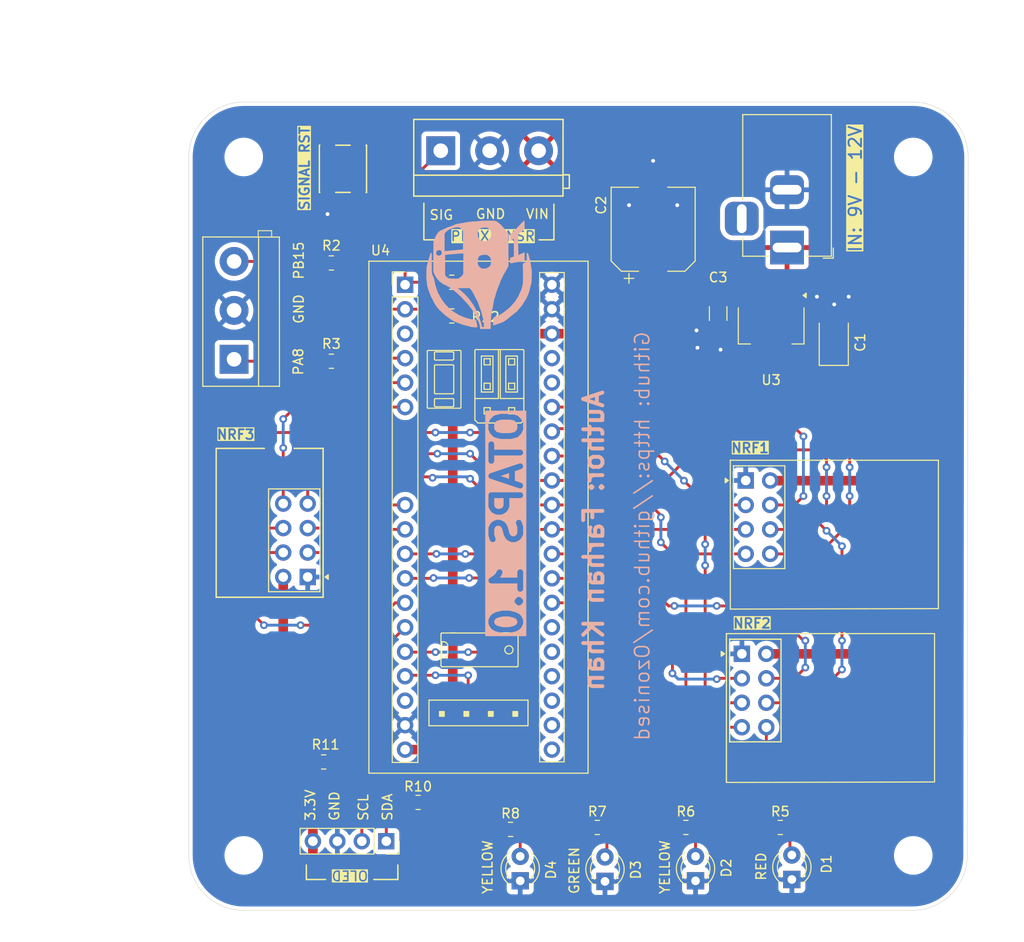
<source format=kicad_pcb>
(kicad_pcb (version 20240108) (generator "pcbnew") (generator_version "8.0")
  (title_block (title "OTAPS (Open Source Train Accident Prevention System)") (date "2024-09-06") (rev "1.1") (company "Ozonised") (comment 2 "License: GNU General Public License version 3") (comment 3 "Github: https://github.com/Ozonised/OTAPS_Hardware") (comment 4 "Author: Farhan Khan"))
  (layers (0 "F.Cu" signal) (31 "B.Cu" power) (34 "B.Paste" user) (35 "F.Paste" user) (36 "B.SilkS" user "B.Silkscreen") (37 "F.SilkS" user "F.Silkscreen") (38 "B.Mask" user) (39 "F.Mask" user) (44 "Edge.Cuts" user))
  (net 0 "")
  (net 1 "GND")
  (net 2 "+3.3V")
  (net 3 "VIN")
  (net 4 "/LED_RED")
  (net 5 "/LED_YELLOW1")
  (net 6 "/LED_GREEN")
  (net 7 "/LED_YELLOW2")
  (net 8 "/I2C_SDA")
  (net 9 "/I2C_SCL")
  (net 10 "/PROX_SNSR_OUT")
  (net 11 "/PB15")
  (net 12 "/PA8")
  (net 13 "/PA8R")
  (net 14 "/R_RED")
  (net 15 "/R_YELLOW1")
  (net 16 "/R_GREEN")
  (net 17 "/R_YELLOW2")
  (net 18 "/NRF_MISO")
  (net 19 "/NRF_SCK")
  (net 20 "/NRF_CE1")
  (net 21 "/NRF_CSN1")
  (net 22 "/NRF_MOSI")
  (net 23 "/NRF_IRQ1")
  (net 24 "/NRF_CE2")
  (net 25 "/NRF_CSN2")
  (net 26 "/NRF_IRQ2")
  (net 32 "/NRF_IRQ3")
  (net 35 "/NRF_CSN3")
  (net 36 "/NRF_CE3")
  (net 40 "/SGNL_RST_SWT")
  (net 41 "/PA15R")
  (footprint "Package_TO_SOT_SMD:SOT-223-3_TabPin2" (layer "F.Cu") (at 170.25 73.5 -90)
    (property "Reference" "U3")
    (property "Value" "AMS1117-3.3")
  )
  (footprint "RF_Module:nRF24L01_Breakout" (layer "F.Cu") (at 167.2105 107.575)
    (property "Reference" "U2")
    (property "Value" "NRF24L01_Breakout")
  )
  (footprint "RF_Module:nRF24L01_Breakout" (layer "F.Cu") (at 122.14 99.6 180)
    (property "Reference" "U5")
    (property "Value" "NRF24L01_Breakout")
  )
  (footprint "BluePill:YAAJ_BluePill_1" (layer "F.Cu") (at 132.25 69.26)
    (property "Reference" "U4")
    (property "Value" "YAAJ_BluePill_Part_Like" (hide yes))
  )
  (footprint "Resistor_SMD:R_0805_2012Metric_Pad1.20x1.40mm_HandSolder" (layer "F.Cu") (at 133.6 123)
    (property "Reference" "R10")
    (property "Value" "1K")
  )
  (footprint "LED_THT:LED_D3.0mm" (layer "F.Cu") (at 153 131.2 90)
    (property "Reference" "D3")
    (property "Value" "GREEN")
  )
  (footprint "MountingHole:MountingHole_3.2mm_M3" (layer "F.Cu") (at 185 128.5)
    (property "Reference" "H4")
    (property "Value" "M3")
  )
  (footprint "Resistor_SMD:R_0805_2012Metric_Pad1.20x1.40mm_HandSolder" (layer "F.Cu") (at 123.8 118.8 180)
    (property "Reference" "R11")
    (property "Value" "1K")
  )
  (footprint "RF_Module:nRF24L01_Breakout" (layer "F.Cu") (at 167.6105 89.58)
    (property "Reference" "U1")
    (property "Value" "NRF24L01_Breakout")
  )
  (footprint "Capacitor_Tantalum_SMD:CP_EIA-3528-15_AVX-H_Pad1.50x2.35mm_HandSolder" (layer "F.Cu") (at 176.75 75 90)
    (property "Reference" "C1")
    (property "Value" "22uF")
  )
  (footprint "LED_THT:LED_D3.0mm" (layer "F.Cu") (at 162.4 131.14 90)
    (property "Reference" "D2")
    (property "Value" "YELLOW")
  )
  (footprint "Connector_PinSocket_2.54mm:PinSocket_1x04_P2.54mm_Vertical" (layer "F.Cu") (at 130.3 127.025 -90)
    (property "Reference" "J1")
    (property "Value" "Conn_01x04_Socket")
  )
  (footprint "Resistor_SMD:R_0805_2012Metric_Pad1.20x1.40mm_HandSolder" (layer "F.Cu") (at 137.1 72.5)
    (property "Reference" "R12")
    (property "Value" "1K")
  )
  (footprint "MountingHole:MountingHole_3.2mm_M3" (layer "F.Cu") (at 185 56)
    (property "Reference" "H2")
    (property "Value" "M3")
  )
  (footprint "Resistor_SMD:R_0805_2012Metric_Pad1.20x1.40mm_HandSolder" (layer "F.Cu") (at 143.2 125.8)
    (property "Reference" "R8")
    (property "Value" "470")
  )
  (footprint "Capacitor_SMD:CP_Elec_8x10.5" (layer "F.Cu") (at 158 63.5 90)
    (property "Reference" "C2")
    (property "Value" "220uF")
  )
  (footprint "Connector_BarrelJack:BarrelJack_Horizontal" (layer "F.Cu") (at 171.9 65.4 -90)
    (property "Reference" "J2")
    (property "Value" "Barrel_Jack_MountingPin")
  )
  (footprint "Resistor_SMD:R_0805_2012Metric_Pad1.20x1.40mm_HandSolder" (layer "F.Cu") (at 161.4 125.6)
    (property "Reference" "R6")
    (property "Value" "470")
  )
  (footprint "Capacitor_SMD:C_1206_3216Metric_Pad1.33x1.80mm_HandSolder" (layer "F.Cu") (at 164.75 72.25 -90)
    (property "Reference" "C3")
    (property "Value" "1uF")
  )
  (footprint "Resistor_SMD:R_0805_2012Metric_Pad1.20x1.40mm_HandSolder" (layer "F.Cu") (at 124.6 67)
    (property "Reference" "R2")
    (property "Value" "470")
  )
  (footprint "Resistor_SMD:R_0805_2012Metric_Pad1.20x1.40mm_HandSolder" (layer "F.Cu") (at 152.2 125.6)
    (property "Reference" "R7")
    (property "Value" "470")
  )
  (footprint "LED_THT:LED_D3.0mm" (layer "F.Cu") (at 144.2 131.14 90)
    (property "Reference" "D4")
    (property "Value" "YELLOW")
  )
  (footprint "Screw_Terminal_01x03:Screw_Terminal_01x03" (layer "F.Cu") (at 135.95 55.35)
    (property "Reference" "J3")
    (property "Value" "Screw_Terminal_01x03")
  )
  (footprint "Screw_Terminal_01x03:Screw_Terminal_01x03" (layer "F.Cu") (at 114.5 77 90)
    (property "Reference" "J4")
    (property "Value" "Screw_Terminal_01x03")
  )
  (footprint "Resistor_SMD:R_0805_2012Metric_Pad1.20x1.40mm_HandSolder" (layer "F.Cu") (at 171.2 125.6)
    (property "Reference" "R5")
    (property "Value" "470")
  )
  (footprint "LED_THT:LED_D3.0mm" (layer "F.Cu") (at 172.4 131 90)
    (property "Reference" "D1")
    (property "Value" "RED")
  )
  (footprint "Button_Switch_SMD:SW_SPST_PTS647_Sx38" (layer "F.Cu") (at 125.8 57.225 90)
    (property "Reference" "SW1")
    (property "Value" "SW_Push")
  )
  (footprint "Resistor_SMD:R_0805_2012Metric_Pad1.20x1.40mm_HandSolder" (layer "F.Cu") (at 137.1 69)
    (property "Reference" "R9")
    (property "Value" "1K")
  )
  (footprint "MountingHole:MountingHole_3.2mm_M3" (layer "F.Cu") (at 115.5 56)
    (property "Reference" "H1")
    (property "Value" "M3")
  )
  (footprint "Resistor_SMD:R_0805_2012Metric_Pad1.20x1.40mm_HandSolder" (layer "F.Cu") (at 124.6 77.2)
    (property "Reference" "R3")
    (property "Value" "470")
  )
  (footprint "MountingHole:MountingHole_3.2mm_M3" (layer "F.Cu") (at 115.5 128.5)
    (property "Reference" "H3")
    (property "Value" "M3")
  )
  (gr_poly (pts (xy 135.23 66.02) (xy 135.23 67.91) (xy 135.409698 68.299838) (xy 135.622907 68.627093) (xy 135.81 68.83) (xy 135.86 68.88) (xy 136.03596 69.02) (xy 136.13 69.09) (xy 136.30775 69.19225) (xy 136.36 69.14) (xy 136.36 66.06) (xy 136.4 66.02) (xy 136.34 65.96) (xy 136.12 65.96) (xy 136.11 66.008598) (xy 136.07 66.11) (xy 135.98 66.21) (xy 135.9 66.26) (xy 135.822714 66.282714) (xy 135.691732 66.278268) (xy 135.599433 66.26) (xy 135.56 66.22) (xy 135.51 66.17) (xy 135.47 66.114387) (xy 135.43 66.02)) (stroke (width 0.1)) (fill solid) (layer "B.SilkS"))
  (gr_poly (pts (xy 140.17 73.65) (xy 140.079397 73.671985) (xy 140.05 73.526152) (xy 140.02 73.38) (xy 139.98 73.25111) (xy 139.96 73.190664) (xy 139.90703 73.031128) (xy 139.87 72.93) (xy 139.80806 72.78194) (xy 139.75 72.67) (xy 139.649481 72.460519) (xy 139.620347 72.399653) (xy 139.553355 72.286311) (xy 139.5 72.2) (xy 139.44 72.13) (xy 139.39 72.05) (xy 139.32 71.93) (xy 139.22 71.79) (xy 138.814244 71.26303) (xy 138.528998 70.96) (xy 138.07091 70.45909) (xy 137.98 70.38) (xy 137.62 70.046689) (xy 137.514454 69.97) (xy 137.17 69.69) (xy 137 69.56) (xy 136.612502 69.337498) (xy 136.49 69.27) (xy 136.31 69.19) (xy 136.316946 68.253573) (xy 136.502195 68.46) (xy 136.605645 68.544355) (xy 136.712901 68.604548) (xy 136.901026 68.668676) (xy 137.31 68.68) (xy 137.723211 68.676789) (xy 137.829242 68.649242) (xy 137.897231 68.6) (xy 137.94 68.67) (xy 137.94 69.57) (xy 137.820395 69.57) (xy 137.66 69.57) (xy 137.65386 69.64386) (xy 137.92 69.84) (xy 137.986152 69.893848) (xy 138.35 70.21) (xy 138.37 70.234862) (xy 138.49 70.35) (xy 138.51 70.37) (xy 138.59 70.460356) (xy 138.611289 70.488711) (xy 138.69 70.58) (xy 138.75 70.64) (xy 138.92 70.84) (xy 138.99 70.94) (xy 139.21 71.25) (xy 139.3 71.38) (xy 139.49 71.72) (xy 139.64 72.01) (xy 139.7 72.15) (xy 139.74 72.26) (xy 139.79 72.38) (xy 139.87 72.6) (xy 139.93 72.76) (xy 139.99 72.94) (xy 140.01 73.01) (xy 140.08 73.18) (xy 140.11 73.28) (xy 140.143294 73.413294) (xy 140.15 73.47) (xy 140.17 73.557779) (xy 140.17 73.6) (xy 140.17 73.59)) (stroke (width 0.1)) (fill solid) (layer "B.SilkS"))
  (gr_poly (pts (xy 139.24 69.9) (xy 139.38 70.16) (xy 139.49 70.37) (xy 139.6 70.6) (xy 139.77 70.91) (xy 139.863465 71.106535) (xy 139.94 71.31) (xy 139.968044 71.421956) (xy 140.02 71.56) (xy 140.13 71.85) (xy 140.21 72.08) (xy 140.298498 72.411502) (xy 140.35 72.63) (xy 140.42 72.928664) (xy 140.448603 73.111397) (xy 140.49 73.59) (xy 140.49 73.641388) (xy 140.487425 73.68) (xy 140.19 73.68) (xy 140.08 73.68) (xy 140.08 73.8) (xy 140.26 73.801037) (xy 141.09 73.799974) (xy 141.09 73.54) (xy 141.09 73.43) (xy 141.09 73.321984) (xy 141.1 73.139023) (xy 141.11 72.984201) (xy 141.12 72.83) (xy 141.13 72.65) (xy 141.148214 72.366646) (xy 141.215942 72.029973) (xy 141.297435 71.667435) (xy 141.37 71.23) (xy 141.403524 71.043524) (xy 141.47 70.71) (xy 141.55 70.51) (xy 141.62 70.21) (xy 141.68 70.02) (xy 141.81 69.66) (xy 141.88 69.49) (xy 142.05 69.05) (xy 142.12 68.84) (xy 142.25 68.58) (xy 142.37 68.33) (xy 142.481568 68.098432) (xy 142.63 67.87) (xy 142.76 67.623718) (xy 142.884655 67.414881) (xy 142.93 67.33) (xy 142.93 67.069077) (xy 142.93 66.941305) (xy 142.933614 66.885951) (xy 142.93452 66.76552) (xy 142.9381 66.5219) (xy 142.940498 66.339502) (xy 142.936476 66.203524) (xy 142.93 66.077563) (xy 142.93 65.79) (xy 142.93 65.710205) (xy 142.93 65.529889) (xy 142.93 65.48) (xy 142.93 64.73) (xy 142.932284 64.682284) (xy 142.931773 64.388227) (xy 142.932781 64.273472) (xy 142.93 64.1) (xy 142.930603 64.02) (xy 142.93 63.944419) (xy 142.793751 63.786249) (xy 142.73 63.71) (xy 142.56 63.54) (xy 142.504809 63.465191) (xy 142.322486 63.247514) (xy 142.230749 63.149251) (xy 142.11 63.017367) (xy 142.051442 62.978558) (xy 141.78 62.76) (xy 141.73 62.73) (xy 141.625403 62.69) (xy 141.515434 62.665434) (xy 141.41912 62.66088) (xy 141.124902 62.66) (xy 141.006205 62.66) (xy 140.835208 62.65551) (xy 140.66 62.66) (xy 140.564751 62.658459) (xy 140.387283 62.66) (xy 140.27451 62.66) (xy 140.170117 62.660117) (xy 140.053873 62.684209) (xy 139.961621 62.711621) (xy 139.962239 63.402239) (xy 140.036509 63.38) (xy 140.15 63.33) (xy 140.23 63.3) (xy 140.36 63.28) (xy 140.51 63.28) (xy 140.76 63.28) (xy 140.80982 63.288387) (xy 140.883022 63.325331) (xy 141.003945 63.406055) (xy 141.12 63.57) (xy 141.19 63.71) (xy 141.23 63.839829) (xy 141.24 64.07) (xy 141.23 64.170171) (xy 141.166249 64.386249) (xy 141 64.59) (xy 140.88 64.69) (xy 140.677392 64.772608) (xy 140.29 64.77) (xy 140.198554 64.741446) (xy 140.053122 64.663122) (xy 140.061344 66.131344) (xy 140.098103 66.148103) (xy 140.422287 66.102978) (xy 140.657585 66.102978) (xy 140.83 66.15) (xy 140.96 66.23) (xy 141.11 66.38) (xy 141.167601 66.512399) (xy 141.22 66.69) (xy 141.2 67.11) (xy 141.16 67.24) (xy 141.054622 67.39112) (xy 140.824784 67.556671) (xy 140.572632 67.622632) (xy 140.424244 67.624244) (xy 140.237313 67.637313) (xy 140.07 67.62) (xy 138.342011 67.602011) (xy 138.34 67.75) (xy 138.34 68.134835) (xy 138.21 68.34) (xy 138.08 68.47) (xy 137.87 68.62) (xy 137.89 69.19) (xy 137.91 69.42) (xy 137.92 69.57) (xy 138.77 69.57) (xy 138.98 69.57) (xy 139.03 69.63)) (stroke (width 0.1)) (fill solid) (layer "B.SilkS"))
  (gr_poly (pts (xy 141.680303 72.604914) (xy 141.96 72.5) (xy 142.29 72.32) (xy 142.71 72.012846) (xy 143.18 71.629191) (xy 143.718227 71.008227) (xy 144.04 70.49) (xy 144.38 69.74) (xy 144.53 69.12) (xy 144.54 68.09) (xy 144.53 67.470272) (xy 144.527284 67.301496) (xy 144.521956 67.18) (xy 144.515809 67.104191) (xy 144.73 66.99) (xy 144.92757 66.879854) (xy 144.92 66.15) (xy 144.915132 66.025132) (xy 144.970307 66.020307) (xy 145.182768 66.718951) (xy 145.36 67.849909) (xy 145.33 68.99) (xy 145.1 69.92) (xy 145.01 70.19) (xy 144.83 70.6) (xy 144.61 70.97) (xy 144.53 71.092196) (xy 144.39 71.31808) (xy 144.18 71.59) (xy 143.797832 72.022168) (xy 143.45 72.29) (xy 143.31426 72.401618) (xy 142.95 72.7) (xy 142.72 72.88) (xy 142.44 73.07) (xy 142 73.24) (xy 141.428455 73.427441) (xy 141.457587 73.02) (xy 141.471423 72.85) (xy 141.475844 72.774509) (xy 141.48 72.69)) (stroke (width 0.1)) (fill solid) (layer "B.SilkS"))
  (gr_poly (pts (xy 138.342014 67.730096) (xy 138.343949 65.962034) (xy 138.214674 65.960096) (xy 137.755956 65.990096) (xy 137.043751 66.053847) (xy 136.742606 66.080096) (xy 136.313836 66.113932) (xy 136.31 65.820096) (xy 136.43 65.810096) (xy 137.25 65.740096) (xy 137.792469 65.690096) (xy 138.31 65.620096) (xy 138.31 63.01) (xy 138.35 62.91) (xy 138.45 62.85694) (xy 138.73 62.800096) (xy 138.934932 62.775028) (xy 139.195626 62.75) (xy 139.542339 62.73) (xy 139.8 62.72) (xy 140.009942 62.692557) (xy 139.962239 63.41) (xy 139.878214 63.508214) (xy 139.808324 63.62) (xy 139.759086 63.759182) (xy 139.747467 63.842533) (xy 139.74 64.03) (xy 139.74693 64.12693) (xy 139.76141 64.263718) (xy 139.8 64.370096) (xy 139.86 64.450096) (xy 139.91 64.51) (xy 140 64.600096) (xy 140.05 64.64) (xy 140.12 64.69) (xy 140.12 66.160096) (xy 140.032869 66.180096) (xy 139.956567 66.236663) (xy 139.9 66.293739) (xy 139.855471 66.345567) (xy 139.79 66.500096) (xy 139.76 66.650096) (xy 139.74 66.890096) (xy 139.76 67.140096) (xy 139.88 67.371814) (xy 139.977811 67.470231) (xy 140.124421 67.581311) (xy 140.291693 67.639823) (xy 140.31 67.690096)) (stroke (width 0.1)) (fill solid) (layer "B.SilkS"))
  (gr_poly (pts (xy 134.97 66.08) (xy 134.97 67.82) (xy 135 68.11) (xy 135.07 68.33) (xy 135.15 68.46) (xy 135.19 68.59) (xy 135.23 68.759942) (xy 135.303913 69.08) (xy 135.35 69.343961) (xy 135.44 69.58) (xy 135.46 69.66) (xy 135.52 69.83) (xy 135.55 69.93) (xy 135.62 70.13) (xy 135.73 70.3) (xy 135.79 70.43) (xy 135.95 70.7) (xy 136.06 70.89) (xy 136.14 70.989406) (xy 136.191993 71.06) (xy 136.33 71.24) (xy 136.39 71.31) (xy 136.71 71.65) (xy 136.79 71.73) (xy 137.102673 71.982673) (xy 137.271164 72.108836) (xy 137.49 72.25) (xy 137.604313 72.31) (xy 137.819318 72.450682) (xy 137.997413 72.522587) (xy 138.221592 72.618408) (xy 138.382199 72.677801) (xy 138.586812 72.753188) (xy 138.92276 72.84724) (xy 139.184177 72.895823) (xy 139.45 72.914509) (xy 139.573468 72.936532) (xy 139.633783 73.270961) (xy 139.669982 73.379982) (xy 139.69 73.5) (xy 139.69 73.64) (xy 139.233525 73.616475) (xy 139.14 73.6) (xy 138.35 73.39) (xy 137.78 73.19) (xy 137.420827 73.049173) (xy 137.285824 72.984176) (xy 137.23 72.95) (xy 137.08 72.85) (xy 136.80097 72.656226) (xy 136.5 72.44) (xy 136.36 72.32) (xy 135.96 71.95) (xy 135.850166 71.849834) (xy 135.58 71.54) (xy 135.56 71.5) (xy 135.38 71.23) (xy 135.198035 70.891965) (xy 134.955357 70.41) (xy 134.672624 69.667376) (xy 134.58 69.26) (xy 134.503296 68.566704) (xy 134.51 68.23) (xy 134.52 67.64) (xy 134.55 67.35) (xy 134.7 66.76) (xy 134.77 66.54) (xy 134.836681 66.336681) (xy 134.89 66.1) (xy 134.94 66.01) (xy 134.95 66)) (stroke (width 0.1)) (fill solid) (layer "B.SilkS"))
  (gr_poly (pts (xy 143.590556 66.37) (xy 143.45959 66.41) (xy 143.356089 66.443911) (xy 143.294168 66.464022) (xy 143.24 66.48) (xy 143.19696 66.49) (xy 143.2 66.99) (xy 143.383945 66.963945) (xy 143.52 66.94) (xy 143.739753 66.889753) (xy 143.876638 66.864404) (xy 144.133265 66.819217) (xy 144.262292 66.8) (xy 144.385502 66.780609) (xy 144.595415 66.745415) (xy 144.61 66.74) (xy 144.61 65.96) (xy 144.55 65.99) (xy 144.46 66.03) (xy 144.343967 66.08) (xy 144.23 66.13) (xy 144.107774 66.187774) (xy 143.965369 66.25) (xy 143.925914 64.041188) (xy 143.966387 63.996805) (xy 144.034782 63.92461) (xy 144.099956 63.868835) (xy 144.136034 63.836034) (xy 144.170949 63.8) (xy 144.249802 63.73) (xy 144.326471 63.666471) (xy 144.45 63.56) (xy 144.61 63.43) (xy 144.6 62.65) (xy 144.575138 62.681698) (xy 144.535278 62.72935) (xy 144.5 62.768286) (xy 144.44 62.828339) (xy 144.39 62.882081) (xy 144.36 62.91) (xy 144.315415 62.955415) (xy 144.271948 62.997494) (xy 144.209834 63.069834) (xy 144.15 63.13) (xy 144.027161 63.252839) (xy 143.96 63.33) (xy 143.87 63.42) (xy 143.83 63.46) (xy 143.746851 63.546851) (xy 143.708805 63.58801) (xy 143.625199 63.68) (xy 143.69513 63.613232) (xy 143.5 63.798354) (xy 143.45 63.84) (xy 143.39 63.897781) (xy 143.349409 63.939409) (xy 143.27 64.023317) (xy 143.235791 64.055791) (xy 143.2 64.09) (xy 143.2 64.68) (xy 143.27 64.611627) (xy 143.299131 64.59) (xy 143.36 64.53) (xy 143.452859 64.452859) (xy 143.481693 64.43) (xy 143.50845 64.405033) (xy 143.53 64.4) (xy 143.586588 64.35)) (stroke (width 0.1)) (fill solid) (layer "B.SilkS"))
  (gr_poly (pts (xy 135.231624 65.893462) (xy 135.250448 64.785714) (xy 135.317484 64.547484) (xy 135.4 64.41) (xy 135.48 64.25) (xy 135.54 64.13) (xy 135.64 63.95) (xy 135.698274 63.888274) (xy 135.82 63.77) (xy 135.97 63.67) (xy 136.15 63.59) (xy 136.365362 63.495362) (xy 136.663116 63.353116) (xy 136.99863 63.23863) (xy 137.273573 63.133573) (xy 137.51 63.03) (xy 137.65 62.99) (xy 138.082935 62.92) (xy 138.19 62.9) (xy 138.356106 62.876954) (xy 138.45 62.85694) (xy 138.45 63.5) (xy 138.31 63.66) (xy 138.24 63.534644) (xy 138.19 63.47) (xy 138.043438 63.346562) (xy 137.912841 63.277159) (xy 137.82 63.26) (xy 137.573317 63.253317) (xy 137.44 63.28) (xy 137.26 63.325724) (xy 137.146693 63.356845) (xy 136.927692 63.433398) (xy 136.8 63.49) (xy 136.73 63.53) (xy 136.603296 63.623296) (xy 136.44 63.764824) (xy 136.3 63.95) (xy 136.3 65.89) (xy 136.295433 65.96) (xy 136.118598 65.96) (xy 136.107684 65.912316) (xy 136.08 65.815055) (xy 136.02 65.72) (xy 135.96245 65.65755) (xy 135.859419 65.62) (xy 135.68 65.62) (xy 135.594643 65.665825) (xy 135.53 65.715428) (xy 135.49 65.76) (xy 135.457453 65.800805) (xy 135.44 65.860615) (xy 135.43 65.953386) (xy 135.428937 66.020177) (xy 135.23 66.01)) (stroke (width 0.1)) (fill solid) (layer "B.SilkS"))
  (gr_line (start 124 131) (end 122 131) (stroke (width 0.152)) (layer "F.SilkS"))
  (gr_line (start 134.2 60.8) (end 134.2 64.6) (stroke (width 0.152)) (layer "F.SilkS"))
  (gr_line (start 122 131) (end 122 129.5) (stroke (width 0.152)) (layer "F.SilkS"))
  (gr_line (start 131.5 129.5) (end 131.5 131) (stroke (width 0.152)) (layer "F.SilkS"))
  (gr_line (start 131.5 131) (end 129 131) (stroke (width 0.152)) (layer "F.SilkS"))
  (gr_line (start 147.65 64.6) (end 146.15 64.6) (stroke (width 0.152)) (layer "F.SilkS"))
  (gr_line (start 147.7 60.9) (end 147.7 64.6) (stroke (width 0.152)) (layer "F.SilkS"))
  (gr_line (start 134.3 64.6) (end 136.3 64.6) (stroke (width 0.152)) (layer "F.SilkS"))
  (gr_arc (start 115.500001 134.200876) (mid 111.468872 132.531128) (end 109.799124 128.499999) (stroke (width 0.05)) (layer "Edge.Cuts"))
  (gr_arc (start 109.799123 56) (mid 111.468871 51.968871) (end 115.5 50.299123) (stroke (width 0.05)) (layer "Edge.Cuts"))
  (gr_line (start 115.5 50.299123) (end 184.999999 50.299124) (stroke (width 0.05)) (layer "Edge.Cuts"))
  (gr_line (start 184.899999 134.200876) (end 115.500001 134.200876) (stroke (width 0.05)) (layer "Edge.Cuts"))
  (gr_line (start 190.700876 56.000001) (end 190.600876 128.499999) (stroke (width 0.05)) (layer "Edge.Cuts"))
  (gr_arc (start 190.600876 128.499999) (mid 188.931128 132.531128) (end 184.899999 134.200876) (stroke (width 0.05)) (layer "Edge.Cuts"))
  (gr_arc (start 184.999999 50.299124) (mid 189.031128 51.968872) (end 190.700876 56.000001) (stroke (width 0.05)) (layer "Edge.Cuts"))
  (gr_line (start 109.799124 128.499999) (end 109.799123 56) (stroke (width 0.05)) (layer "Edge.Cuts"))
  (gr_text "OTAPS 1.0" (at 144.6 82 90) (layer "B.SilkS" knockout) (effects (font (size 3 3) (thickness 0.6) (bold yes)) (justify left bottom mirror)))
  (gr_text "Author: Farhan Khan" (at 153 80 90) (layer "B.SilkS") (effects (font (size 2 2) (thickness 0.4) (bold yes)) (justify left bottom mirror)))
  (gr_text "Github: https://github.com/Ozonised" (at 157.75 74 90) (layer "B.SilkS") (effects (font (size 1.5 1.5) (thickness 0.16)) (justify left bottom mirror)))
  (gr_text "GND\n" (at 125.5 125 90) (layer "F.SilkS") (effects (font (size 1 1) (thickness 0.152)) (justify left bottom)))
  (gr_text "SIG" (at 134.7 62.6 0) (layer "F.SilkS") (effects (font (size 1 1) (thickness 0.152)) (justify left bottom)))
  (gr_text "IN: 9V - 12V" (at 179.75 66 90) (layer "F.SilkS" knockout) (effects (font (size 1.3 1.3) (thickness 0.2)) (justify left bottom)))
  (gr_text "PB15" (at 121.8 68.8 90) (layer "F.SilkS") (effects (font (size 1 1) (thickness 0.152)) (justify left bottom)))
  (gr_text "PROX_SNSR\n" (at 136.9 64.8 0) (layer "F.SilkS" knockout) (effects (font (size 1 1) (thickness 0.152)) (justify left bottom)))
  (gr_text "GND\n" (at 121.8 73.4 90) (layer "F.SilkS") (effects (font (size 1 1) (thickness 0.152)) (justify left bottom)))
  (gr_text "YELLOW" (at 141.4 132.6 90) (layer "F.SilkS") (effects (font (size 1 1) (thickness 0.152)) (justify left bottom)))
  (gr_text "NRF1" (at 166 86.8 0) (layer "F.SilkS" knockout) (effects (font (size 1 1) (thickness 0.2) (bold yes)) (justify left bottom)))
  (gr_text "NRF3" (at 112.6 85.4 0) (layer "F.SilkS" knockout) (effects (font (size 1 1) (thickness 0.2) (bold yes)) (justify left bottom)))
  (gr_text "3.3V" (at 123 125 90) (layer "F.SilkS") (effects (font (size 1 1) (thickness 0.152)) (justify left bottom)))
  (gr_text "SIGNAL RST" (at 122.4 61.625 90) (layer "F.SilkS" knockout) (effects (font (size 1 1) (thickness 0.2) (bold yes)) (justify left bottom)))
  (gr_text "SCL\n" (at 128.5 125 90) (layer "F.SilkS") (effects (font (size 1 1) (thickness 0.152)) (justify left bottom)))
  (gr_text "NRF2" (at 166.2 105 0) (layer "F.SilkS" knockout) (effects (font (size 1 1) (thickness 0.2) (bold yes)) (justify left bottom)))
  (gr_text "GREEN" (at 150.4 132.6 90) (layer "F.SilkS") (effects (font (size 1 1) (thickness 0.152)) (justify left bottom)))
  (gr_text "OLED" (at 128.5 130 180) (layer "F.SilkS" knockout) (effects (font (size 1 1) (thickness 0.152)) (justify left bottom)))
  (gr_text "RED" (at 169.8 131.2 90) (layer "F.SilkS") (effects (font (size 1 1) (thickness 0.152)) (justify left bottom)))
  (gr_text "GND\n" (at 139.5 62.5 0) (layer "F.SilkS") (effects (font (size 1 1) (thickness 0.152)) (justify left bottom)))
  (gr_text "VIN" (at 144.7 62.5 0) (layer "F.SilkS") (effects (font (size 1 1) (thickness 0.152)) (justify left bottom)))
  (gr_text "PA8" (at 121.75 78.75 90) (layer "F.SilkS") (effects (font (size 1 1) (thickness 0.152)) (justify left bottom)))
  (gr_text "SDA" (at 131 125 90) (layer "F.SilkS") (effects (font (size 1 1) (thickness 0.152)) (justify left bottom)))
  (gr_text "YELLOW" (at 159.8 132.6 90) (layer "F.SilkS") (effects (font (size 1 1) (thickness 0.152)) (justify left bottom)))
  (segment (start 124.2 61.9625) (end 124.2 60.0875) (width 1) (layer "F.Cu") (net 1))
  (segment (start 124.2 59.85) (end 124.2 54.6) (width 1) (layer "F.Cu") (net 1))
  (segment (start 174.85 70.35) (end 175 70.5) (width 1) (layer "F.Cu") (net 1))
  (segment (start 172.55 70.35) (end 174.85 70.35) (width 1) (layer "F.Cu") (net 1))
  (via (at 176.8 71.3) (size 1) (drill 0.4) (layers "F.Cu" "B.Cu") (net 1))
  (via (at 178.3 70.5) (size 1) (drill 0.4) (layers "F.Cu" "B.Cu") (net 1))
  (via (at 124.2 61.925) (size 0.8) (drill 0.4) (layers "F.Cu" "B.Cu") (net 1))
  (via (at 155.5 61) (size 1) (drill 0.4) (layers "F.Cu" "B.Cu") (net 1))
  (via (at 165 76) (size 1) (drill 0.4) (layers "F.Cu" "B.Cu") (net 1))
  (via (at 162.6 75.8) (size 1) (drill 0.4) (layers "F.Cu" "B.Cu") (net 1))
  (via (at 158 56.4) (size 1) (drill 0.4) (layers "F.Cu" "B.Cu") (net 1))
  (via (at 175 70.5) (size 1) (drill 0.4) (layers "F.Cu" "B.Cu") (net 1))
  (via (at 162.5 74) (size 1) (drill 0.4) (layers "F.Cu" "B.Cu") (net 1))
  (via (at 160.5 61) (size 1) (drill 0.4) (layers "F.Cu" "B.Cu") (net 1))
  (segment (start 137.2 123) (end 134.6 123) (width 1) (layer "F.Cu") (net 2))
  (segment (start 142.25 77.25) (end 145.16 74.34) (width 1) (layer "F.Cu") (net 2))
  (segment (start 159.8 80.2) (end 173.175 80.2) (width 1) (layer "F.Cu") (net 2))
  (segment (start 137.08 117.52) (end 137.2 117.4) (width 1) (layer "F.Cu") (net 2))
  (segment (start 142.25 77.25) (end 138.1 73.1) (width 1) (layer "F.Cu") (net 2))
  (segment (start 180.025 107.575) (end 182.2 105.4) (width 1) (layer "F.Cu") (net 2))
  (segment (start 182.2 105.4) (end 182.2 82.075) (width 1) (layer "F.Cu") (net 2))
  (segment (start 182.2 82.075) (end 176.75 76.625) (width 1) (layer "F.Cu") (net 2))
  (segment (start 137.2 123) (end 137.2 128.8) (width 1) (layer "F.Cu") (net 2))
  (segment (start 137.2 82.3) (end 137.2 117.4) (width 1) (layer "F.Cu") (net 2))
  (segment (start 132.25 117.52) (end 137.08 117.52) (width 1) (layer "F.Cu") (net 2))
  (segment (start 137.2 82.3) (end 142.25 77.25) (width 1) (layer "F.Cu") (net 2))
  (segment (start 137.2 117.4) (end 137.2 123) (width 1) (layer "F.Cu") (net 2))
  (segment (start 170.1505 89.6) (end 182.2 89.6) (width 1) (layer "F.Cu") (net 2))
  (segment (start 138.1 72.5) (end 138.1 69) (width 1) (layer "F.Cu") (net 2))
  (segment (start 122.68 129.18) (end 122.68 127.025) (width 1) (layer "F.Cu") (net 2))
  (segment (start 153.94 74.34) (end 159.8 80.2) (width 1) (layer "F.Cu") (net 2))
  (segment (start 121.2 118.8) (end 119.6 117.2) (width 1) (layer "F.Cu") (net 2))
  (segment (start 147.49 74.34) (end 153.94 74.34) (width 1) (layer "F.Cu") (net 2))
  (segment (start 169.7505 107.575) (end 180.025 107.575) (width 1) (layer "F.Cu") (net 2))
  (segment (start 137.2 128.8) (end 135 131) (width 1) (layer "F.Cu") (net 2))
  (segment (start 147.49 74.34) (end 145.16 74.34) (width 1) (layer "F.Cu") (net 2))
  (segment (start 173.175 80.2) (end 176.75 76.625) (width 1) (layer "F.Cu") (net 2))
  (segment (start 122.8 118.8) (end 121.2 118.8) (width 1) (layer "F.Cu") (net 2))
  (segment (start 138.1 73.1) (end 138.1 72.5) (width 1) (layer "F.Cu") (net 2))
  (segment (start 170.25 70.35) (end 170.25 72.25) (width 1) (layer "F.Cu") (net 2))
  (segment (start 135 131) (end 124.5 131) (width 1) (layer "F.Cu") (net 2))
  (segment (start 119.6 117.2) (end 119.6 99.6) (width 1) (layer "F.Cu") (net 2))
  (segment (start 124.5 131) (end 122.68 129.18) (width 1) (layer "F.Cu") (net 2))
  (segment (start 122.68 127.025) (end 122.68 118.92) (width 1) (layer "F.Cu") (net 2))
  (segment (start 172.2 125.6) (end 172.2 128.26) (width 0.3) (layer "F.Cu") (net 4))
  (segment (start 172.2 128.26) (end 172.4 128.46) (width 0.3) (layer "F.Cu") (net 4))
  (segment (start 162.4 125.6) (end 162.4 128.6) (width 0.3) (layer "F.Cu") (net 5))
  (segment (start 153.2 125.6) (end 153.2 128.46) (width 0.3) (layer "F.Cu") (net 6))
  (segment (start 153.2 128.46) (end 153 128.66) (width 0.3) (layer "F.Cu") (net 6))
  (segment (start 144.2 125.8) (end 144.2 128.6) (width 0.3) (layer "F.Cu") (net 7))
  (segment (start 129 119.5) (end 129 108.07) (width 0.3) (layer "F.Cu") (net 8))
  (segment (start 129 108.07) (end 132.25 104.82) (width 0.3) (layer "F.Cu") (net 8))
  (segment (start 130.3 123) (end 130.3 120.8) (width 0.3) (layer "F.Cu") (net 8))
  (segment (start 130.3 120.8) (end 129 119.5) (width 0.3) (layer "F.Cu") (net 8))
  (segment (start 130.3 127.025) (end 130.3 123) (width 0.3) (layer "F.Cu") (net 8))
  (segment (start 130.3 123) (end 132.6 123) (width 0.3) (layer "F.Cu") (net 8))
  (segment (start 126.5 121.5) (end 126.5 118.8) (width 0.3) (layer "F.Cu") (net 9))
  (segment (start 131.22 102.28) (end 132.25 102.28) (width 0.3) (layer "F.Cu") (net 9))
  (segment (start 126.5 107) (end 131.22 102.28) (width 0.3) (layer "F.Cu") (net 9))
  (segment (start 126.5 118.8) (end 126.5 107) (width 0.3) (layer "F.Cu") (net 9))
  (segment (start 127.76 122.76) (end 126.5 121.5) (width 0.3) (layer "F.Cu") (net 9))
  (segment (start 124.8 118.8) (end 126.5 118.8) (width 0.3) (layer "F.Cu") (net 9))
  (segment (start 127.76 127.025) (end 127.76 122.76) (width 0.3) (layer "F.Cu") (net 9))
  (segment (start 132.25 69.26) (end 132.26 69.26) (width 0.3) (layer "F.Cu") (net 10))
  (segment (start 135.9 69) (end 132.51 69) (width 0.3) (layer "F.Cu") (net 10))
  (segment (start 132.25 69.26) (end 132.25 59.05) (width 0.3) (layer "F.Cu") (net 10))
  (segment (start 132.51 69) (end 132.25 69.26) (width 0.3) (layer "F.Cu") (net 10))
  (segment (start 136.1 69.2) (end 135.9 69) (width 0.3) (layer "F.Cu") (net 10))
  (segment (start 132.26 69.26) (end 132.5 69.5) (width 0.3) (layer "F.Cu") (net 10))
  (segment (start 132.25 59.05) (end 135.95 55.35) (width 0.3) (layer "F.Cu") (net 10))
  (segment (start 114.5 66.84) (end 123.44 66.84) (width 0.3) (layer "F.Cu") (net 11))
  (segment (start 123.44 66.84) (end 123.6 67) (width 0.3) (layer "F.Cu") (net 11))
  (segment (start 123.6 77.2) (end 114.7 77.2) (width 0.3) (layer "F.Cu") (net 12))
  (segment (start 114.7 77.2) (end 114.5 77) (width 0.3) (layer "F.Cu") (net 12))
  (segment (start 132.25 79.42) (end 127.82 79.42) (width 0.3) (layer "F.Cu") (net 13))
  (segment (start 127.82 79.42) (end 125.6 77.2) (width 0.3) (layer "F.Cu") (net 13))
  (segment (start 164.4 122.4) (end 167.4 125.4) (width 0.3) (layer "F.Cu") (net 14))
  (segment (start 138.5 97.2) (end 141.4 97.2) (width 0.3) (layer "F.Cu") (net 14))
  (segment (start 161 121.2) (end 162.2 122.4) (width 0.3) (layer "F.Cu") (net 14))
  (segment (start 145.8 121.2) (end 161 121.2) (width 0.3) (layer "F.Cu") (net 14))
  (segment (start 162.2 122.4) (end 164.4 122.4) (width 0.3) (layer "F.Cu") (net 14))
  (segment (start 132.25 97.2) (end 135.5 97.2) (width 0.3) (layer "F.Cu") (net 14))
  (segment (start 135.44 97.26) (end 135.5 97.2) (width 0.3) (layer "F.Cu") (net 14))
  (segment (start 167.4 125.4) (end 170.6 125.4) (width 0.3) (layer "F.Cu") (net 14))
  (segment (start 144 119.4) (end 145.8 121.2) (width 0.3) (layer "F.Cu") (net 14))
  (segment (start 144 99.8) (end 144 119.4) (width 0.3) (layer "F.Cu") (net 14))
  (segment (start 141.4 97.2) (end 144 99.8) (width 0.3) (layer "F.Cu") (net 14))
  (via (at 135.5 97.2) (size 0.8) (drill 0.4) (layers "F.Cu" "B.Cu") (net 14))
  (via (at 138.5 97.2) (size 0.8) (drill 0.4) (layers "F.Cu" "B.Cu") (net 14))
  (segment (start 135.5 97.2) (end 138.5 97.2) (width 0.3) (layer "B.Cu") (net 14))
  (segment (start 154.4 122.8) (end 157.2 125.6) (width 0.3) (layer "F.Cu") (net 15))
  (segment (start 142.2 100.8) (end 142.2 121.2) (width 0.3) (layer "F.Cu") (net 15))
  (segment (start 143.8 122.8) (end 154.4 122.8) (width 0.3) (layer "F.Cu") (net 15))
  (segment (start 132.25 99.74) (end 135.16 99.74) (width 0.3) (layer "F.Cu") (net 15))
  (segment (start 142.2 121.2) (end 143.8 122.8) (width 0.3) (layer "F.Cu") (net 15))
  (segment (start 141.1 99.7) (end 142.2 100.8) (width 0.3) (layer "F.Cu") (net 15))
  (segment (start 135.16 99.74) (end 135.2 99.7) (width 0.3) (layer "F.Cu") (net 15))
  (segment (start 138.9 99.7) (end 141.1 99.7) (width 0.3) (layer "F.Cu") (net 15))
  (segment (start 157.2 125.6) (end 160.8 125.6) (width 0.3) (layer "F.Cu") (net 15))
  (via (at 135.2 99.7) (size 0.8) (drill 0.4) (layers "F.Cu" "B.Cu") (net 15))
  (via (at 138.9 99.7) (size 0.8) (drill 0.4) (layers "F.Cu" "B.Cu") (net 15))
  (segment (start 135.2 99.7) (end 138.9 99.7) (width 0.3) (layer "B.Cu") (net 15))
  (segment (start 138.8 107.4) (end 139.8 107.4) (width 0.3) (layer "F.Cu") (net 16))
  (segment (start 140.6 108.2) (end 140.6 121.8) (width 0.3) (layer "F.Cu") (net 16))
  (segment (start 140.6 121.8) (end 142.8 124) (width 0.3) (layer "F.Cu") (net 16))
  (segment (start 139.8 107.4) (end 140.6 108.2) (width 0.3) (layer "F.Cu") (net 16))
  (segment (start 148 125.6) (end 151.2 125.6) (width 0.3) (layer "F.Cu") (net 16))
  (segment (start 132.25 107.36) (end 132.29 107.4) (width 0.3) (layer "F.Cu") (net 16))
  (segment (start 142.8 124) (end 146.4 124) (width 0.3) (layer "F.Cu") (net 16))
  (segment (start 146.4 124) (end 148 125.6) (width 0.3) (layer "F.Cu") (net 16))
  (segment (start 132.29 107.4) (end 135.4 107.4) (width 0.3) (layer "F.Cu") (net 16))
  (via (at 138.8 107.4) (size 0.8) (drill 0.4) (layers "F.Cu" "B.Cu") (net 16))
  (via (at 135.4 107.4) (size 0.8) (drill 0.4) (layers "F.Cu" "B.Cu") (net 16))
  (segment (start 135.4 107.4) (end 138.8 107.4) (width 0.3) (layer "B.Cu") (net 16))
  (segment (start 138.8 123) (end 141.6 125.8) (width 0.3) (layer "F.Cu") (net 17))
  (segment (start 138.8 109.8) (end 138.8 123) (width 0.3) (layer "F.Cu") (net 17))
  (segment (start 132.35 109.8) (end 135.4 109.8) (width 0.3) (layer "F.Cu") (net 17))
  (segment (start 141.6 125.8) (end 142.2 125.8) (width 0.3) (layer "F.Cu") (net 17))
  (segment (start 132.25 109.9) (end 132.35 109.8) (width 0.3) (layer "F.Cu") (net 17))
  (via (at 138.8 109.8) (size 0.8) (drill 0.4) (layers "F.Cu" "B.Cu") (net 17))
  (via (at 135.4 109.8) (size 0.8) (drill 0.4) (layers "F.Cu" "B.Cu") (net 17))
  (segment (start 135.4 109.8) (end 138.8 109.8) (width 0.3) (layer "B.Cu") (net 17))
  (segment (start 161.4 113.8) (end 161.4 97.2) (width 0.3) (layer "F.Cu") (net 18))
  (segment (start 160 97.2) (end 161 97.2) (width 0.3) (layer "F.Cu") (net 18))
  (segment (start 144.32 92.12) (end 147.49 92.12) (width 0.3) (layer "F.Cu") (net 18))
  (segment (start 157.72 92.12) (end 147.49 92.12) (width 0.3) (layer "F.Cu") (net 18))
  (segment (start 125.6 86.8) (end 122.14 90.26) (width 0.3) (layer "F.Cu") (net 18))
  (segment (start 158.8 93.4) (end 158.8 93.2) (width 0.3) (layer "F.Cu") (net 18))
  (segment (start 139 86.8) (end 144.32 92.12) (width 0.3) (layer "F.Cu") (net 18))
  (segment (start 135.6 86.8) (end 125.6 86.8) (width 0.3) (layer "F.Cu") (net 18))
  (segment (start 167.2105 115.195) (end 162.795 115.195) (width 0.3) (layer "F.Cu") (net 18))
  (segment (start 122.14 90.26) (end 122.14 91.98) (width 0.3) (layer "F.Cu") (net 18))
  (segment (start 162.795 115.195) (end 161.4 113.8) (width 0.3) (layer "F.Cu") (net 18))
  (segment (start 161 97.2) (end 167.6105 97.2) (width 0.3) (layer "F.Cu") (net 18))
  (segment (start 158.8 93.2) (end 157.72 92.12) (width 0.3) (layer "F.Cu") (net 18))
  (segment (start 158.8 96) (end 160 97.2) (width 0.3) (layer "F.Cu") (net 18))
  (via (at 158.8 93.4) (size 0.8) (drill 0.4) (layers "F.Cu" "B.Cu") (net 18))
  (via (at 158.8 96) (size 0.8) (drill 0.4) (layers "F.Cu" "B.Cu") (net 18))
  (via (at 139 86.8) (size 0.8) (drill 0.4) (layers "F.Cu" "B.Cu") (net 18))
  (via (at 135.6 86.8) (size 0.8) (drill 0.4) (layers "F.Cu" "B.Cu") (net 18))
  (segment (start 158.8 93.4) (end 158.8 96) (width 0.3) (layer "B.Cu") (net 18))
  (segment (start 139 86.8) (end 135.6 86.8) (width 0.3) (layer "B.Cu") (net 18))
  (segment (start 163.8 112.4) (end 163.4 112) (width 0.3) (layer "F.Cu") (net 19))
  (segment (start 124.08 94.52) (end 122.14 94.52) (width 0.3) (layer "F.Cu") (net 19))
  (segment (start 144.26 94.66) (end 147.49 94.66) (width 0.3) (layer "F.Cu") (net 19))
  (segment (start 167.2105 112.655) (end 164.055 112.655) (width 0.3) (layer "F.Cu") (net 19))
  (segment (start 129.4 89.2) (end 124.08 94.52) (width 0.3) (layer "F.Cu") (net 19))
  (segment (start 135 89.2) (end 129.4 89.2) (width 0.3) (layer "F.Cu") (net 19))
  (segment (start 163.4 94.66) (end 167.6105 94.66) (width 0.3) (layer "F.Cu") (net 19))
  (segment (start 164.055 112.655) (end 163.8 112.4) (width 0.3) (layer "F.Cu") (net 19))
  (segment (start 163.4 112) (end 163.4 98.4) (width 0.3) (layer "F.Cu") (net 19))
  (segment (start 135.1 89.3) (end 135 89.2) (width 0.3) (layer "F.Cu") (net 19))
  (segment (start 139 89.4) (end 144.26 94.66) (width 0.3) (layer "F.Cu") (net 19))
  (segment (start 163.4 96.2) (end 163.4 94.66) (width 0.3) (layer "F.Cu") (net 19))
  (segment (start 147.49 94.66) (end 163.4 94.66) (width 0.3) (layer "F.Cu") (net 19))
  (via (at 163.4 98.4) (size 0.8) (drill 0.4) (layers "F.Cu" "B.Cu") (net 19))
  (via (at 135.1 89.3) (size 0.8) (drill 0.4) (layers "F.Cu" "B.Cu") (net 19))
  (via (at 139 89.4) (size 0.8) (drill 0.4) (layers "F.Cu" "B.Cu") (net 19))
  (via (at 163.4 96.2) (size 0.8) (drill 0.4) (layers "F.Cu" "B.Cu") (net 19))
  (segment (start 135.2 89.2) (end 135.1 89.3) (width 0.3) (layer "B.Cu") (net 19))
  (segment (start 138.8 89.2) (end 135.2 89.2) (width 0.3) (layer "B.Cu") (net 19))
  (segment (start 163.4 98.4) (end 163.4 96.2) (width 0.3) (layer "B.Cu") (net 19))
  (segment (start 139 89.4) (end 138.8 89.2) (width 0.3) (layer "B.Cu") (net 19))
  (segment (start 163.72 92.12) (end 167.6105 92.12) (width 0.3) (layer "F.Cu") (net 20))
  (segment (start 161.2 89.6) (end 163.72 92.12) (width 0.3) (layer "F.Cu") (net 20))
  (segment (start 158.64 87.04) (end 159.2 87.6) (width 0.3) (layer "F.Cu") (net 20))
  (segment (start 147.49 87.04) (end 158.64 87.04) (width 0.3) (layer "F.Cu") (net 20))
  (via (at 161.2 89.6) (size 0.8) (drill 0.4) (layers "F.Cu" "B.Cu") (net 20))
  (via (at 159.2 87.6) (size 0.8) (drill 0.4) (layers "F.Cu" "B.Cu") (net 20))
  (segment (start 159.2 87.6) (end 161.2 89.6) (width 0.3) (layer "B.Cu") (net 20))
  (segment (start 147.79 84.2) (end 147.49 84.5) (width 0.3) (layer "F.Cu") (net 21))
  (segment (start 172.8 84.2) (end 147.79 84.2) (width 0.3) (layer "F.Cu") (net 21))
  (segment (start 173.6 85) (end 172.8 84.2) (width 0.3) (layer "F.Cu") (net 21))
  (segment (start 172.68 92.12) (end 170.1505 92.12) (width 0.3) (layer "F.Cu") (net 21))
  (segment (start 173.6 91.2) (end 172.68 92.12) (width 0.3) (layer "F.Cu") (net 21))
  (via (at 173.6 85) (size 0.8) (drill 0.4) (layers "F.Cu" "B.Cu") (net 21))
  (via (at 173.6 91.2) (size 0.8) (drill 0.4) (layers "F.Cu" "B.Cu") (net 21))
  (segment (start 173.6 85) (end 173.6 91.2) (width 0.3) (layer "B.Cu") (net 21))
  (segment (start 117.8 84.6) (end 115.6 86.8) (width 0.3) (layer "F.Cu") (net 22))
  (segment (start 170.1505 94.66) (end 174.34 94.66) (width 0.3) (layer "F.Cu") (net 22))
  (segment (start 115.6 86.8) (end 115.6 93) (width 0.3) (layer "F.Cu") (net 22))
  (segment (start 139 84.6) (end 140 84.6) (width 0.3) (layer "F.Cu") (net 22))
  (segment (start 140 84.6) (end 144.98 89.58) (width 0.3) (layer "F.Cu") (net 22))
  (segment (start 115.6 93) (end 117.12 94.52) (width 0.3) (layer "F.Cu") (net 22))
  (segment (start 174.145 112.655) (end 169.7505 112.655) (width 0.3) (layer "F.Cu") (net 22))
  (segment (start 144.98 89.58) (end 147.49 89.58) (width 0.3) (layer "F.Cu") (net 22))
  (segment (start 177.6 96.4) (end 177.6 106.2) (width 0.3) (layer "F.Cu") (net 22))
  (segment (start 174.34 94.66) (end 175.1 93.9) (width 0.3) (layer "F.Cu") (net 22))
  (segment (start 176 87.4) (end 175 86.4) (width 0.3) (layer "F.Cu") (net 22))
  (segment (start 175.1 93.9) (end 176 93) (width 0.3) (layer "F.Cu") (net 22))
  (segment (start 176 93) (end 176 91.2) (width 0.3) (layer "F.Cu") (net 22))
  (segment (start 176 88.2) (end 176 87.4) (width 0.3) (layer "F.Cu") (net 22))
  (segment (start 159.22 89.58) (end 147.49 89.58) (width 0.3) (layer "F.Cu") (net 22))
  (segment (start 175 86.4) (end 162.4 86.4) (width 0.3) (layer "F.Cu") (net 22))
  (segment (start 135.4 84.6) (end 117.8 84.6) (width 0.3) (layer "F.Cu") (net 22))
  (segment (start 162.4 86.4) (end 159.22 89.58) (width 0.3) (layer "F.Cu") (net 22))
  (segment (start 175.1 93.9) (end 176 94.8) (width 0.3) (layer "F.Cu") (net 22))
  (segment (start 117.12 94.52) (end 119.6 94.52) (width 0.3) (layer "F.Cu") (net 22))
  (segment (start 177.6 109.2) (end 174.145 112.655) (width 0.3) (layer "F.Cu") (net 22))
  (via (at 177.6 96.4) (size 0.8) (drill 0.4) (layers "F.Cu" "B.Cu") (net 22))
  (via (at 176 88.2) (size 0.8) (drill 0.4) (layers "F.Cu" "B.Cu") (net 22))
  (via (at 176 91.2) (size 0.8) (drill 0.4) (layers "F.Cu" "B.Cu") (net 22))
  (via (at 135.4 84.6) (size 0.8) (drill 0.4) (layers "F.Cu" "B.Cu") (net 22))
  (via (at 139 84.6) (size 0.8) (drill 0.4) (layers "F.Cu" "B.Cu") (net 22))
  (via (at 177.6 109.2) (size 0.8) (drill 0.4) (layers "F.Cu" "B.Cu") (net 22))
  (via (at 176 94.8) (size 0.8) (drill 0.4) (layers "F.Cu" "B.Cu") (net 22))
  (via (at 177.6 106.2) (size 0.8) (drill 0.4) (layers "F.Cu" "B.Cu") (net 22))
  (segment (start 135.4 84.6) (end 139 84.6) (width 0.3) (layer "B.Cu") (net 22))
  (segment (start 177.6 106.2) (end 177.6 109.2) (width 0.3) (layer "B.Cu") (net 22))
  (segment (start 176 91.2) (end 176 88.2) (width 0.3) (layer "B.Cu") (net 22))
  (segment (start 176 94.8) (end 177.6 96.4) (width 0.3) (layer "B.Cu") (net 22))
  (segment (start 178.4 85.2) (end 178.4 88.2) (width 0.3) (layer "F.Cu") (net 23))
  (segment (start 157.2 82.4) (end 175.6 82.4) (width 0.3) (layer "F.Cu") (net 23))
  (segment (start 175.2 97.2) (end 170.1505 97.2) (width 0.3) (layer "F.Cu") (net 23))
  (segment (start 178.4 94) (end 175.2 97.2) (width 0.3) (layer "F.Cu") (net 23))
  (segment (start 176 82.8) (end 178.4 85.2) (width 0.3) (layer "F.Cu") (net 23))
  (segment (start 156.76 81.96) (end 157.2 82.4) (width 0.3) (layer "F.Cu") (net 23))
  (segment (start 178.4 91.2) (end 178.4 94) (width 0.3) (layer "F.Cu") (net 23))
  (segment (start 175.6 82.4) (end 176 82.8) (width 0.3) (layer "F.Cu") (net 23))
  (segment (start 147.49 81.96) (end 156.76 81.96) (width 0.3) (layer "F.Cu") (net 23))
  (via (at 178.4 88.2) (size 0.8) (drill 0.4) (layers "F.Cu" "B.Cu") (net 23))
  (via (at 178.4 91.2) (size 0.8) (drill 0.4) (layers "F.Cu" "B.Cu") (net 23))
  (segment (start 178.4 88.2) (end 178.4 91.2) (width 0.3) (layer "B.Cu") (net 23))
  (segment (start 164.6 110.2) (end 164.685 110.115) (width 0.3) (layer "F.Cu") (net 24))
  (segment (start 160 108.2) (end 151.54 99.74) (width 0.3) (layer "F.Cu") (net 24))
  (segment (start 151.54 99.74) (end 147.49 99.74) (width 0.3) (layer "F.Cu") (net 24))
  (segment (start 164.685 110.115) (end 167.2105 110.115) (width 0.3) (layer "F.Cu") (net 24))
  (segment (start 160 109.6) (end 160 108.2) (width 0.3) (layer "F.Cu") (net 24))
  (via (at 160 109.6) (size 0.8) (drill 0.4) (layers "F.Cu" "B.Cu") (net 24))
  (via (at 164.6 110.2) (size 0.8) (drill 0.4) (layers "F.Cu" "B.Cu") (net 24))
  (segment (start 160 109.6) (end 160.6 110.2) (width 0.3) (layer "B.Cu") (net 24))
  (segment (start 160.6 110.2) (end 164.6 110.2) (width 0.3) (layer "B.Cu") (net 24))
  (segment (start 147.49 97.2) (end 154.2 97.2) (width 0.3) (layer "F.Cu") (net 25))
  (segment (start 172.685 110.115) (end 173.8 109) (width 0.3) (layer "F.Cu") (net 25))
  (segment (start 154.2 97.2) (end 159.6 102.6) (width 0.3) (layer "F.Cu") (net 25))
  (segment (start 173.6 106.2) (end 173.8 106.2) (width 0.3) (layer "F.Cu") (net 25))
  (segment (start 164.6 102.6) (end 170 102.6) (width 0.3) (layer "F.Cu") (net 25))
  (segment (start 170 102.6) (end 173.6 106.2) (width 0.3) (layer "F.Cu") (net 25))
  (segment (start 159.6 102.6) (end 160.2 102.6) (width 0.3) (layer "F.Cu") (net 25))
  (segment (start 169.7505 110.115) (end 172.685 110.115) (width 0.3) (layer "F.Cu") (net 25))
  (via (at 173.8 109) (size 0.8) (drill 0.4) (layers "F.Cu" "B.Cu") (net 25))
  (via (at 160.2 102.6) (size 0.8) (drill 0.4) (layers "F.Cu" "B.Cu") (net 25))
  (via (at 173.8 106.2) (size 0.8) (drill 0.4) (layers "F.Cu" "B.Cu") (net 25))
  (via (at 164.6 102.6) (size 0.8) (drill 0.4) (layers "F.Cu" "B.Cu") (net 25))
  (segment (start 173.8 109) (end 173.8 106.2) (width 0.3) (layer "B.Cu") (net 25))
  (segment (start 160.2 102.6) (end 164.6 102.6) (width 0.3) (layer "B.Cu") (net 25))
  (segment (start 169.7505 118.2495) (end 169.7505 115.195) (width 0.3) (layer "F.Cu") (net 26))
  (segment (start 169.2 118.8) (end 169.7505 118.2495) (width 0.3) (layer "F.Cu") (net 26))
  (segment (start 153.8 111.8) (end 160.8 118.8) (width 0.3) (layer "F.Cu") (net 26))
  (segment (start 160.8 118.8) (end 169.2 118.8) (width 0.3) (layer "F.Cu") (net 26))
  (segment (start 149.68 102.28) (end 153.8 106.4) (width 0.3) (layer "F.Cu") (net 26))
  (segment (start 153.8 106.4) (end 153.8 111.8) (width 0.3) (layer "F.Cu") (net 26))
  (segment (start 147.49 102.28) (end 149.68 102.28) (width 0.3) (layer "F.Cu") (net 26))
  (segment (start 120.84 81.96) (end 132.25 81.96) (width 0.3) (layer "F.Cu") (net 32))
  (segment (start 119.6 83.2) (end 120.84 81.96) (width 0.3) (layer "F.Cu") (net 32))
  (segment (start 119.6 91.98) (end 119.6 86.2) (width 0.3) (layer "F.Cu") (net 32))
  (via (at 119.6 83.2) (size 0.8) (drill 0.4) (layers "F.Cu" "B.Cu") (net 32))
  (via (at 119.6 86.2) (size 0.8) (drill 0.4) (layers "F.Cu" "B.Cu") (net 32))
  (segment (start 119.6 86.2) (end 119.6 83.2) (width 0.3) (layer "B.Cu") (net 32))
  (segment (start 116.94 97.06) (end 119.6 97.06) (width 0.3) (layer "F.Cu") (net 35))
  (segment (start 128.4 101.6) (end 128.4 96.6) (width 0.3) (layer "F.Cu") (net 35))
  (segment (start 115.4 98.6) (end 116.94 97.06) (width 0.3) (layer "F.Cu") (net 35))
  (segment (start 125.4 104.6) (end 128.4 101.6) (width 0.3) (layer "F.Cu") (net 35))
  (segment (start 128.4 96.6) (end 130.34 94.66) (width 0.3) (layer "F.Cu") (net 35))
  (segment (start 130.34 94.66) (end 132.25 94.66) (width 0.3) (layer "F.Cu") (net 35))
  (segment (start 121.4 104.6) (end 125.4 104.6) (width 0.3) (layer "F.Cu") (net 35))
  (segment (start 117.6 104.6) (end 115.4 102.4) (width 0.3) (layer "F.Cu") (net 35))
  (segment (start 115.4 102.4) (end 115.4 98.6) (width 0.3) (layer "F.Cu") (net 35))
  (via (at 121.4 104.6) (size 0.8) (drill 0.4) (layers "F.Cu" "B.Cu") (net 35))
  (via (at 117.6 104.6) (size 0.8) (drill 0.4) (layers "F.Cu" "B.Cu") (net 35))
  (segment (start 121.4 104.6) (end 117.6 104.6) (width 0.3) (layer "B.Cu") (net 35))
  (segment (start 132.25 92.12) (end 130.28 92.12) (width 0.3) (layer "F.Cu") (net 36))
  (segment (start 125.34 97.06) (end 122.14 97.06) (width 0.3) (layer "F.Cu") (net 36))
  (segment (start 130.28 92.12) (end 125.34 97.06) (width 0.3) (layer "F.Cu") (net 36))
  (segment (start 129.4 71.8) (end 129 71.4) (width 0.3) (layer "F.Cu") (net 40))
  (segment (start 127.4 63.6) (end 127.4 59.85) (width 0.3) (layer "F.Cu") (net 40))
  (segment (start 136.1 72.5) (end 135 72.5) (width 0.3) (layer "F.Cu") (net 40))
  (segment (start 132.25 71.8) (end 129.4 71.8) (width 0.3) (layer "F.Cu") (net 40))
  (segment (start 129 65.2) (end 127.4 63.6) (width 0.3) (layer "F.Cu") (net 40))
  (segment (start 127.3 54.6) (end 127.3 59.85) (width 0.3) (layer "F.Cu") (net 40))
  (segment (start 129 71.4) (end 129 65.2) (width 0.3) (layer "F.Cu") (net 40))
  (segment (start 134.3 71.8) (end 132.25 71.8) (width 0.3) (layer "F.Cu") (net 40))
  (segment (start 135 72.5) (end 134.3 71.8) (width 0.3) (layer "F.Cu") (net 40))
  (segment (start 129.88 76.88) (end 132.25 76.88) (width 0.3) (layer "F.Cu") (net 41))
  (segment (start 125.6 72.6) (end 129.88 76.88) (width 0.3) (layer "F.Cu") (net 41))
  (segment (start 125.6 67) (end 125.6 72.6) (width 0.3) (layer "F.Cu") (net 41))
  (segment (start 125.65 67) (end 125.85 66.8) (width 0.3) (layer "F.Cu") (net 41))
  (zone (net 1) (net_name "GND") (layer "F.Cu") (name "GND") (connect_pads (clearance 0.5)) (min_thickness 0.25) (fill yes (thermal_gap 0.5) (thermal_bridge_width 0.5) (island_removal_mode 1) (island_area_min 10))
    (polygon (pts (xy 179.4 74.5) (xy 179.4 69.4) (xy 174 69.4) (xy 174 74.5)))
  )
  (zone (net 1) (net_name "GND") (layer "F.Cu") (name "GND") (connect_pads (clearance 0.5)) (min_thickness 0.25) (fill yes (thermal_gap 0.5) (thermal_bridge_width 0.5) (island_removal_mode 1) (island_area_min 10))
    (polygon (pts (xy 161.5 62.5) (xy 161.5 55.4) (xy 154.3 55.4) (xy 154.3 62.5)))
  )
  (zone (net 3) (net_name "VIN") (layer "F.Cu") (name "VIN") (priority 1) (connect_pads (clearance 0.5)) (min_thickness 0.25) (fill yes (thermal_gap 0.5) (thermal_bridge_width 0.5) (island_removal_mode 1) (island_area_min 10))
    (polygon (pts (xy 143.5 66.7) (xy 143.5 52) (xy 143.6 51.9) (xy 149.5 51.9) (xy 149.5 63.5) (xy 153.7 63.5) (xy 153.7 66.7)))
  )
  (zone (net 3) (net_name "VIN") (layer "F.Cu") (name "VIN") (priority 1) (connect_pads (clearance 0.5)) (min_thickness 0.25) (fill yes (thermal_gap 0.5) (thermal_bridge_width 0.5) (island_removal_mode 1) (island_area_min 10))
    (polygon (pts (xy 169 72.25) (xy 161 72.25) (xy 161 70.5) (xy 153.5 70.5) (xy 153.5 63.5) (xy 175 63.5) (xy 175 68.5) (xy 174.5 68.5) (xy 169 68.5)))
  )
  (zone (net 1) (net_name "GND") (layer "F.Cu") (name "GND") (connect_pads (clearance 0.5)) (min_thickness 0.25) (fill yes (thermal_gap 0.5) (thermal_bridge_width 0.5))
    (polygon (pts (xy 161.6 72.5) (xy 166.4 72.5) (xy 166.4 76.8) (xy 161.6 76.8)))
  )
  (zone (net 2) (net_name "+3.3V") (layer "F.Cu") (name "3.3V") (priority 2) (connect_pads (clearance 0.5)) (min_thickness 0.25) (fill yes (thermal_gap 0.5) (thermal_bridge_width 0.5) (island_removal_mode 1) (island_area_min 10))
    (polygon (pts (xy 179.25 75) (xy 179.25 79) (xy 167.05 79) (xy 167.05 72.75) (xy 169.5 72.75) (xy 169.5 72) (xy 171.5 72) (xy 173.25 72) (xy 173.25 75)))
  )
  (zone (net 1) (net_name "GND") (layer "B.Cu") (name "GND") (connect_pads (clearance 0.5)) (min_thickness 0.25) (fill yes (thermal_gap 0.5) (thermal_bridge_width 0.5))
    (polygon (pts (xy 196.5 49) (xy 196.5 137.5) (xy 106.5 137) (xy 106.5 48.5)))
  )
)
</source>
